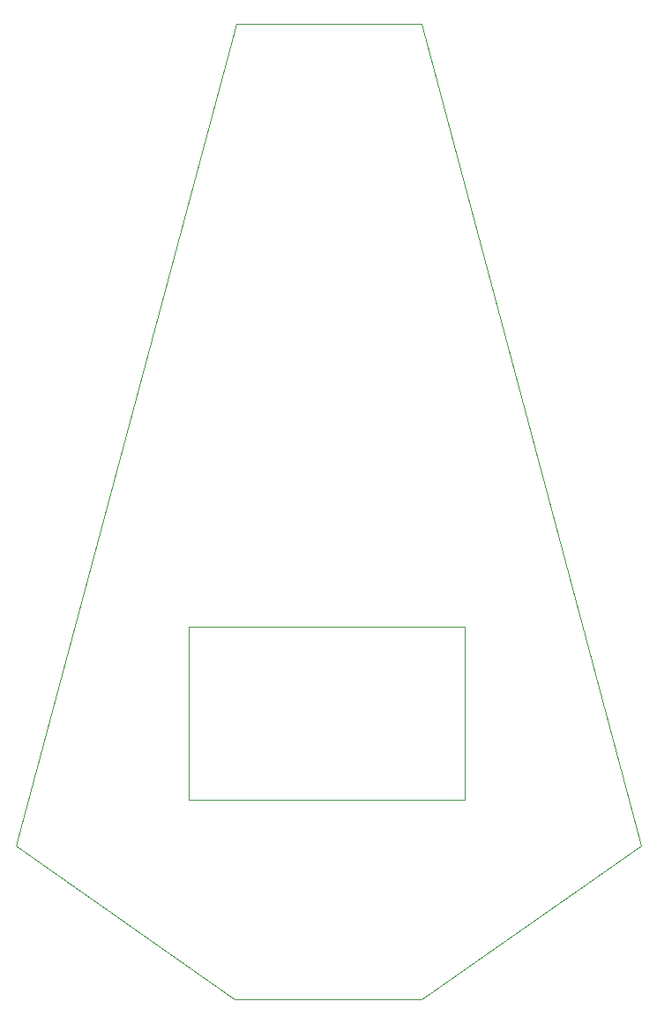
<source format=gm1>
G04 #@! TF.GenerationSoftware,KiCad,Pcbnew,9.0.7*
G04 #@! TF.CreationDate,2026-02-21T19:36:52+09:00*
G04 #@! TF.ProjectId,mcu-cover,6d63752d-636f-4766-9572-2e6b69636164,rev?*
G04 #@! TF.SameCoordinates,Original*
G04 #@! TF.FileFunction,Profile,NP*
%FSLAX46Y46*%
G04 Gerber Fmt 4.6, Leading zero omitted, Abs format (unit mm)*
G04 Created by KiCad (PCBNEW 9.0.7) date 2026-02-21 19:36:52*
%MOMM*%
%LPD*%
G01*
G04 APERTURE LIST*
G04 #@! TA.AperFunction,Profile*
%ADD10C,0.050000*%
G04 #@! TD*
G04 APERTURE END LIST*
D10*
X132537200Y-129844800D02*
X132537200Y-113207800D01*
X137058400Y-55422800D02*
X154838400Y-55422800D01*
X159004000Y-113207800D02*
X159004000Y-129844800D01*
X175945800Y-134188200D02*
X154863800Y-148945600D01*
X154838400Y-55422800D02*
X175945800Y-134188200D01*
X115925600Y-134239000D02*
X136924199Y-148945600D01*
X132537200Y-113207800D02*
X159004000Y-113207800D01*
X159004000Y-129844800D02*
X132537200Y-129844800D01*
X137058400Y-55422800D02*
X115925600Y-134239000D01*
X154863800Y-148945600D02*
X136931400Y-148945600D01*
M02*

</source>
